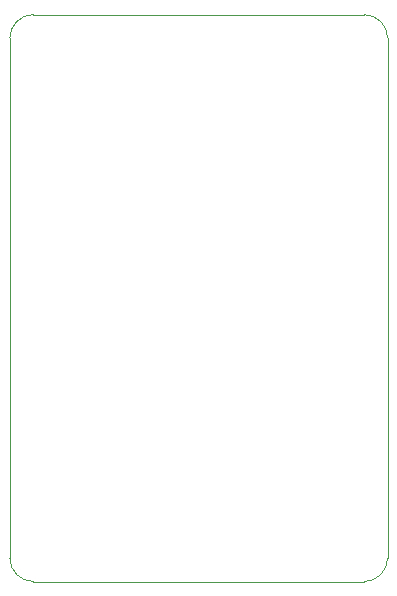
<source format=gbr>
%TF.GenerationSoftware,KiCad,Pcbnew,9.0.7*%
%TF.CreationDate,2026-01-25T12:57:44+01:00*%
%TF.ProjectId,DiyIrTower,44697949-7254-46f7-9765-722e6b696361,1.0*%
%TF.SameCoordinates,Original*%
%TF.FileFunction,Profile,NP*%
%FSLAX46Y46*%
G04 Gerber Fmt 4.6, Leading zero omitted, Abs format (unit mm)*
G04 Created by KiCad (PCBNEW 9.0.7) date 2026-01-25 12:57:44*
%MOMM*%
%LPD*%
G01*
G04 APERTURE LIST*
%TA.AperFunction,Profile*%
%ADD10C,0.050000*%
%TD*%
G04 APERTURE END LIST*
D10*
X121500000Y-101500000D02*
X121500000Y-145500000D01*
X89500000Y-145500000D02*
X89500000Y-101500000D01*
X119500000Y-99500000D02*
G75*
G02*
X121500000Y-101500000I0J-2000000D01*
G01*
X91500000Y-147500000D02*
G75*
G02*
X89500000Y-145500000I0J2000000D01*
G01*
X89500000Y-101500000D02*
G75*
G02*
X91500000Y-99500000I2000000J0D01*
G01*
X119500000Y-147500000D02*
X91500000Y-147500000D01*
X121500000Y-145500000D02*
G75*
G02*
X119500000Y-147500000I-2000000J0D01*
G01*
X91500000Y-99500000D02*
X119500000Y-99500000D01*
M02*

</source>
